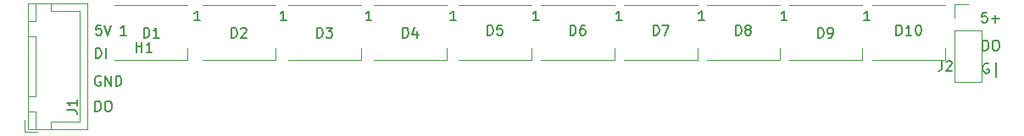
<source format=gbr>
%TF.GenerationSoftware,KiCad,Pcbnew,(6.0.6)*%
%TF.CreationDate,2023-01-13T16:31:05+05:30*%
%TF.ProjectId,ws2812-light,77733238-3132-42d6-9c69-6768742e6b69,rev?*%
%TF.SameCoordinates,Original*%
%TF.FileFunction,Legend,Top*%
%TF.FilePolarity,Positive*%
%FSLAX46Y46*%
G04 Gerber Fmt 4.6, Leading zero omitted, Abs format (unit mm)*
G04 Created by KiCad (PCBNEW (6.0.6)) date 2023-01-13 16:31:05*
%MOMM*%
%LPD*%
G01*
G04 APERTURE LIST*
%ADD10C,0.150000*%
%ADD11C,0.120000*%
G04 APERTURE END LIST*
D10*
X82613523Y-112228380D02*
X82137333Y-112228380D01*
X82089714Y-112704571D01*
X82137333Y-112656952D01*
X82232571Y-112609333D01*
X82470666Y-112609333D01*
X82565904Y-112656952D01*
X82613523Y-112704571D01*
X82661142Y-112799809D01*
X82661142Y-113037904D01*
X82613523Y-113133142D01*
X82565904Y-113180761D01*
X82470666Y-113228380D01*
X82232571Y-113228380D01*
X82137333Y-113180761D01*
X82089714Y-113133142D01*
X82946857Y-112228380D02*
X83280190Y-113228380D01*
X83613523Y-112228380D01*
X82050000Y-115514380D02*
X82050000Y-114514380D01*
X82288095Y-114514380D01*
X82430952Y-114562000D01*
X82526190Y-114657238D01*
X82573809Y-114752476D01*
X82621428Y-114942952D01*
X82621428Y-115085809D01*
X82573809Y-115276285D01*
X82526190Y-115371523D01*
X82430952Y-115466761D01*
X82288095Y-115514380D01*
X82050000Y-115514380D01*
X83050000Y-115514380D02*
X83050000Y-114514380D01*
X82550095Y-117356000D02*
X82454857Y-117308380D01*
X82312000Y-117308380D01*
X82169142Y-117356000D01*
X82073904Y-117451238D01*
X82026285Y-117546476D01*
X81978666Y-117736952D01*
X81978666Y-117879809D01*
X82026285Y-118070285D01*
X82073904Y-118165523D01*
X82169142Y-118260761D01*
X82312000Y-118308380D01*
X82407238Y-118308380D01*
X82550095Y-118260761D01*
X82597714Y-118213142D01*
X82597714Y-117879809D01*
X82407238Y-117879809D01*
X83026285Y-118308380D02*
X83026285Y-117308380D01*
X83597714Y-118308380D01*
X83597714Y-117308380D01*
X84073904Y-118308380D02*
X84073904Y-117308380D01*
X84312000Y-117308380D01*
X84454857Y-117356000D01*
X84550095Y-117451238D01*
X84597714Y-117546476D01*
X84645333Y-117736952D01*
X84645333Y-117879809D01*
X84597714Y-118070285D01*
X84550095Y-118165523D01*
X84454857Y-118260761D01*
X84312000Y-118308380D01*
X84073904Y-118308380D01*
X82018285Y-120848380D02*
X82018285Y-119848380D01*
X82256380Y-119848380D01*
X82399238Y-119896000D01*
X82494476Y-119991238D01*
X82542095Y-120086476D01*
X82589714Y-120276952D01*
X82589714Y-120419809D01*
X82542095Y-120610285D01*
X82494476Y-120705523D01*
X82399238Y-120800761D01*
X82256380Y-120848380D01*
X82018285Y-120848380D01*
X83208761Y-119848380D02*
X83399238Y-119848380D01*
X83494476Y-119896000D01*
X83589714Y-119991238D01*
X83637333Y-120181714D01*
X83637333Y-120515047D01*
X83589714Y-120705523D01*
X83494476Y-120800761D01*
X83399238Y-120848380D01*
X83208761Y-120848380D01*
X83113523Y-120800761D01*
X83018285Y-120705523D01*
X82970666Y-120515047D01*
X82970666Y-120181714D01*
X83018285Y-119991238D01*
X83113523Y-119896000D01*
X83208761Y-119848380D01*
X171235714Y-116086000D02*
X171140476Y-116038380D01*
X170997619Y-116038380D01*
X170854761Y-116086000D01*
X170759523Y-116181238D01*
X170711904Y-116276476D01*
X170664285Y-116466952D01*
X170664285Y-116609809D01*
X170711904Y-116800285D01*
X170759523Y-116895523D01*
X170854761Y-116990761D01*
X170997619Y-117038380D01*
X171092857Y-117038380D01*
X171235714Y-116990761D01*
X171283333Y-116943142D01*
X171283333Y-116609809D01*
X171092857Y-116609809D01*
X171950000Y-117371714D02*
X171950000Y-115943142D01*
X170664285Y-114752380D02*
X170664285Y-113752380D01*
X170902380Y-113752380D01*
X171045238Y-113800000D01*
X171140476Y-113895238D01*
X171188095Y-113990476D01*
X171235714Y-114180952D01*
X171235714Y-114323809D01*
X171188095Y-114514285D01*
X171140476Y-114609523D01*
X171045238Y-114704761D01*
X170902380Y-114752380D01*
X170664285Y-114752380D01*
X171854761Y-113752380D02*
X172045238Y-113752380D01*
X172140476Y-113800000D01*
X172235714Y-113895238D01*
X172283333Y-114085714D01*
X172283333Y-114419047D01*
X172235714Y-114609523D01*
X172140476Y-114704761D01*
X172045238Y-114752380D01*
X171854761Y-114752380D01*
X171759523Y-114704761D01*
X171664285Y-114609523D01*
X171616666Y-114419047D01*
X171616666Y-114085714D01*
X171664285Y-113895238D01*
X171759523Y-113800000D01*
X171854761Y-113752380D01*
X171069047Y-110958380D02*
X170592857Y-110958380D01*
X170545238Y-111434571D01*
X170592857Y-111386952D01*
X170688095Y-111339333D01*
X170926190Y-111339333D01*
X171021428Y-111386952D01*
X171069047Y-111434571D01*
X171116666Y-111529809D01*
X171116666Y-111767904D01*
X171069047Y-111863142D01*
X171021428Y-111910761D01*
X170926190Y-111958380D01*
X170688095Y-111958380D01*
X170592857Y-111910761D01*
X170545238Y-111863142D01*
X171545238Y-111577428D02*
X172307142Y-111577428D01*
X171926190Y-111958380D02*
X171926190Y-111196476D01*
%TO.C,J2*%
X166581269Y-115797105D02*
X166581269Y-116511391D01*
X166533650Y-116654248D01*
X166438412Y-116749486D01*
X166295555Y-116797105D01*
X166200317Y-116797105D01*
X167009841Y-115892344D02*
X167057460Y-115844725D01*
X167152698Y-115797105D01*
X167390793Y-115797105D01*
X167486031Y-115844725D01*
X167533650Y-115892344D01*
X167581269Y-115987582D01*
X167581269Y-116082820D01*
X167533650Y-116225677D01*
X166962222Y-116797105D01*
X167581269Y-116797105D01*
%TO.C,H1*%
X86113095Y-114927380D02*
X86113095Y-113927380D01*
X86113095Y-114403571D02*
X86684523Y-114403571D01*
X86684523Y-114927380D02*
X86684523Y-113927380D01*
X87684523Y-114927380D02*
X87113095Y-114927380D01*
X87398809Y-114927380D02*
X87398809Y-113927380D01*
X87303571Y-114070238D01*
X87208333Y-114165476D01*
X87113095Y-114213095D01*
%TO.C,J1*%
X79208380Y-120729333D02*
X79922666Y-120729333D01*
X80065523Y-120776952D01*
X80160761Y-120872190D01*
X80208380Y-121015047D01*
X80208380Y-121110285D01*
X80208380Y-119729333D02*
X80208380Y-120300761D01*
X80208380Y-120015047D02*
X79208380Y-120015047D01*
X79351238Y-120110285D01*
X79446476Y-120205523D01*
X79494095Y-120300761D01*
%TO.C,D10*%
X162035714Y-113228380D02*
X162035714Y-112228380D01*
X162273809Y-112228380D01*
X162416666Y-112276000D01*
X162511904Y-112371238D01*
X162559523Y-112466476D01*
X162607142Y-112656952D01*
X162607142Y-112799809D01*
X162559523Y-112990285D01*
X162511904Y-113085523D01*
X162416666Y-113180761D01*
X162273809Y-113228380D01*
X162035714Y-113228380D01*
X163559523Y-113228380D02*
X162988095Y-113228380D01*
X163273809Y-113228380D02*
X163273809Y-112228380D01*
X163178571Y-112371238D01*
X163083333Y-112466476D01*
X162988095Y-112514095D01*
X164178571Y-112228380D02*
X164273809Y-112228380D01*
X164369047Y-112276000D01*
X164416666Y-112323619D01*
X164464285Y-112418857D01*
X164511904Y-112609333D01*
X164511904Y-112847428D01*
X164464285Y-113037904D01*
X164416666Y-113133142D01*
X164369047Y-113180761D01*
X164273809Y-113228380D01*
X164178571Y-113228380D01*
X164083333Y-113180761D01*
X164035714Y-113133142D01*
X163988095Y-113037904D01*
X163940476Y-112847428D01*
X163940476Y-112609333D01*
X163988095Y-112418857D01*
X164035714Y-112323619D01*
X164083333Y-112276000D01*
X164178571Y-112228380D01*
X159385714Y-111777380D02*
X158814285Y-111777380D01*
X159100000Y-111777380D02*
X159100000Y-110777380D01*
X159004761Y-110920238D01*
X158909523Y-111015476D01*
X158814285Y-111063095D01*
%TO.C,D9*%
X154201904Y-113482380D02*
X154201904Y-112482380D01*
X154440000Y-112482380D01*
X154582857Y-112530000D01*
X154678095Y-112625238D01*
X154725714Y-112720476D01*
X154773333Y-112910952D01*
X154773333Y-113053809D01*
X154725714Y-113244285D01*
X154678095Y-113339523D01*
X154582857Y-113434761D01*
X154440000Y-113482380D01*
X154201904Y-113482380D01*
X155249523Y-113482380D02*
X155440000Y-113482380D01*
X155535238Y-113434761D01*
X155582857Y-113387142D01*
X155678095Y-113244285D01*
X155725714Y-113053809D01*
X155725714Y-112672857D01*
X155678095Y-112577619D01*
X155630476Y-112530000D01*
X155535238Y-112482380D01*
X155344761Y-112482380D01*
X155249523Y-112530000D01*
X155201904Y-112577619D01*
X155154285Y-112672857D01*
X155154285Y-112910952D01*
X155201904Y-113006190D01*
X155249523Y-113053809D01*
X155344761Y-113101428D01*
X155535238Y-113101428D01*
X155630476Y-113053809D01*
X155678095Y-113006190D01*
X155725714Y-112910952D01*
X151110714Y-111777380D02*
X150539285Y-111777380D01*
X150825000Y-111777380D02*
X150825000Y-110777380D01*
X150729761Y-110920238D01*
X150634523Y-111015476D01*
X150539285Y-111063095D01*
%TO.C,D8*%
X145986904Y-113228380D02*
X145986904Y-112228380D01*
X146225000Y-112228380D01*
X146367857Y-112276000D01*
X146463095Y-112371238D01*
X146510714Y-112466476D01*
X146558333Y-112656952D01*
X146558333Y-112799809D01*
X146510714Y-112990285D01*
X146463095Y-113085523D01*
X146367857Y-113180761D01*
X146225000Y-113228380D01*
X145986904Y-113228380D01*
X147129761Y-112656952D02*
X147034523Y-112609333D01*
X146986904Y-112561714D01*
X146939285Y-112466476D01*
X146939285Y-112418857D01*
X146986904Y-112323619D01*
X147034523Y-112276000D01*
X147129761Y-112228380D01*
X147320238Y-112228380D01*
X147415476Y-112276000D01*
X147463095Y-112323619D01*
X147510714Y-112418857D01*
X147510714Y-112466476D01*
X147463095Y-112561714D01*
X147415476Y-112609333D01*
X147320238Y-112656952D01*
X147129761Y-112656952D01*
X147034523Y-112704571D01*
X146986904Y-112752190D01*
X146939285Y-112847428D01*
X146939285Y-113037904D01*
X146986904Y-113133142D01*
X147034523Y-113180761D01*
X147129761Y-113228380D01*
X147320238Y-113228380D01*
X147415476Y-113180761D01*
X147463095Y-113133142D01*
X147510714Y-113037904D01*
X147510714Y-112847428D01*
X147463095Y-112752190D01*
X147415476Y-112704571D01*
X147320238Y-112656952D01*
X142860714Y-111777380D02*
X142289285Y-111777380D01*
X142575000Y-111777380D02*
X142575000Y-110777380D01*
X142479761Y-110920238D01*
X142384523Y-111015476D01*
X142289285Y-111063095D01*
%TO.C,D7*%
X137761904Y-113228380D02*
X137761904Y-112228380D01*
X138000000Y-112228380D01*
X138142857Y-112276000D01*
X138238095Y-112371238D01*
X138285714Y-112466476D01*
X138333333Y-112656952D01*
X138333333Y-112799809D01*
X138285714Y-112990285D01*
X138238095Y-113085523D01*
X138142857Y-113180761D01*
X138000000Y-113228380D01*
X137761904Y-113228380D01*
X138666666Y-112228380D02*
X139333333Y-112228380D01*
X138904761Y-113228380D01*
X134635714Y-111777380D02*
X134064285Y-111777380D01*
X134350000Y-111777380D02*
X134350000Y-110777380D01*
X134254761Y-110920238D01*
X134159523Y-111015476D01*
X134064285Y-111063095D01*
%TO.C,D6*%
X129461904Y-113228380D02*
X129461904Y-112228380D01*
X129700000Y-112228380D01*
X129842857Y-112276000D01*
X129938095Y-112371238D01*
X129985714Y-112466476D01*
X130033333Y-112656952D01*
X130033333Y-112799809D01*
X129985714Y-112990285D01*
X129938095Y-113085523D01*
X129842857Y-113180761D01*
X129700000Y-113228380D01*
X129461904Y-113228380D01*
X130890476Y-112228380D02*
X130700000Y-112228380D01*
X130604761Y-112276000D01*
X130557142Y-112323619D01*
X130461904Y-112466476D01*
X130414285Y-112656952D01*
X130414285Y-113037904D01*
X130461904Y-113133142D01*
X130509523Y-113180761D01*
X130604761Y-113228380D01*
X130795238Y-113228380D01*
X130890476Y-113180761D01*
X130938095Y-113133142D01*
X130985714Y-113037904D01*
X130985714Y-112799809D01*
X130938095Y-112704571D01*
X130890476Y-112656952D01*
X130795238Y-112609333D01*
X130604761Y-112609333D01*
X130509523Y-112656952D01*
X130461904Y-112704571D01*
X130414285Y-112799809D01*
X126335714Y-111777380D02*
X125764285Y-111777380D01*
X126050000Y-111777380D02*
X126050000Y-110777380D01*
X125954761Y-110920238D01*
X125859523Y-111015476D01*
X125764285Y-111063095D01*
%TO.C,D5*%
X121181904Y-113228380D02*
X121181904Y-112228380D01*
X121420000Y-112228380D01*
X121562857Y-112276000D01*
X121658095Y-112371238D01*
X121705714Y-112466476D01*
X121753333Y-112656952D01*
X121753333Y-112799809D01*
X121705714Y-112990285D01*
X121658095Y-113085523D01*
X121562857Y-113180761D01*
X121420000Y-113228380D01*
X121181904Y-113228380D01*
X122658095Y-112228380D02*
X122181904Y-112228380D01*
X122134285Y-112704571D01*
X122181904Y-112656952D01*
X122277142Y-112609333D01*
X122515238Y-112609333D01*
X122610476Y-112656952D01*
X122658095Y-112704571D01*
X122705714Y-112799809D01*
X122705714Y-113037904D01*
X122658095Y-113133142D01*
X122610476Y-113180761D01*
X122515238Y-113228380D01*
X122277142Y-113228380D01*
X122181904Y-113180761D01*
X122134285Y-113133142D01*
X118060714Y-111777380D02*
X117489285Y-111777380D01*
X117775000Y-111777380D02*
X117775000Y-110777380D01*
X117679761Y-110920238D01*
X117584523Y-111015476D01*
X117489285Y-111063095D01*
%TO.C,D4*%
X112736904Y-113482380D02*
X112736904Y-112482380D01*
X112975000Y-112482380D01*
X113117857Y-112530000D01*
X113213095Y-112625238D01*
X113260714Y-112720476D01*
X113308333Y-112910952D01*
X113308333Y-113053809D01*
X113260714Y-113244285D01*
X113213095Y-113339523D01*
X113117857Y-113434761D01*
X112975000Y-113482380D01*
X112736904Y-113482380D01*
X114165476Y-112815714D02*
X114165476Y-113482380D01*
X113927380Y-112434761D02*
X113689285Y-113149047D01*
X114308333Y-113149047D01*
X109610714Y-111777380D02*
X109039285Y-111777380D01*
X109325000Y-111777380D02*
X109325000Y-110777380D01*
X109229761Y-110920238D01*
X109134523Y-111015476D01*
X109039285Y-111063095D01*
%TO.C,D3*%
X104163904Y-113482380D02*
X104163904Y-112482380D01*
X104402000Y-112482380D01*
X104544857Y-112530000D01*
X104640095Y-112625238D01*
X104687714Y-112720476D01*
X104735333Y-112910952D01*
X104735333Y-113053809D01*
X104687714Y-113244285D01*
X104640095Y-113339523D01*
X104544857Y-113434761D01*
X104402000Y-113482380D01*
X104163904Y-113482380D01*
X105068666Y-112482380D02*
X105687714Y-112482380D01*
X105354380Y-112863333D01*
X105497238Y-112863333D01*
X105592476Y-112910952D01*
X105640095Y-112958571D01*
X105687714Y-113053809D01*
X105687714Y-113291904D01*
X105640095Y-113387142D01*
X105592476Y-113434761D01*
X105497238Y-113482380D01*
X105211523Y-113482380D01*
X105116285Y-113434761D01*
X105068666Y-113387142D01*
X101085714Y-111777380D02*
X100514285Y-111777380D01*
X100800000Y-111777380D02*
X100800000Y-110777380D01*
X100704761Y-110920238D01*
X100609523Y-111015476D01*
X100514285Y-111063095D01*
%TO.C,D2*%
X95611904Y-113482380D02*
X95611904Y-112482380D01*
X95850000Y-112482380D01*
X95992857Y-112530000D01*
X96088095Y-112625238D01*
X96135714Y-112720476D01*
X96183333Y-112910952D01*
X96183333Y-113053809D01*
X96135714Y-113244285D01*
X96088095Y-113339523D01*
X95992857Y-113434761D01*
X95850000Y-113482380D01*
X95611904Y-113482380D01*
X96564285Y-112577619D02*
X96611904Y-112530000D01*
X96707142Y-112482380D01*
X96945238Y-112482380D01*
X97040476Y-112530000D01*
X97088095Y-112577619D01*
X97135714Y-112672857D01*
X97135714Y-112768095D01*
X97088095Y-112910952D01*
X96516666Y-113482380D01*
X97135714Y-113482380D01*
X92485714Y-111777380D02*
X91914285Y-111777380D01*
X92200000Y-111777380D02*
X92200000Y-110777380D01*
X92104761Y-110920238D01*
X92009523Y-111015476D01*
X91914285Y-111063095D01*
%TO.C,D1*%
X86861904Y-113482380D02*
X86861904Y-112482380D01*
X87100000Y-112482380D01*
X87242857Y-112530000D01*
X87338095Y-112625238D01*
X87385714Y-112720476D01*
X87433333Y-112910952D01*
X87433333Y-113053809D01*
X87385714Y-113244285D01*
X87338095Y-113339523D01*
X87242857Y-113434761D01*
X87100000Y-113482380D01*
X86861904Y-113482380D01*
X88385714Y-113482380D02*
X87814285Y-113482380D01*
X88100000Y-113482380D02*
X88100000Y-112482380D01*
X88004761Y-112625238D01*
X87909523Y-112720476D01*
X87814285Y-112768095D01*
X85121714Y-113228380D02*
X84550285Y-113228380D01*
X84836000Y-113228380D02*
X84836000Y-112228380D01*
X84740761Y-112371238D01*
X84645523Y-112466476D01*
X84550285Y-112514095D01*
D11*
%TO.C,J2*%
X167845000Y-117885000D02*
X170505000Y-117885000D01*
X167845000Y-112745000D02*
X167845000Y-117885000D01*
X167845000Y-111475000D02*
X167845000Y-110145000D01*
X170505000Y-112745000D02*
X170505000Y-117885000D01*
X167845000Y-110145000D02*
X169175000Y-110145000D01*
X167845000Y-112745000D02*
X170505000Y-112745000D01*
%TO.C,J1*%
X75290000Y-110040000D02*
X75290000Y-122660000D01*
X77550000Y-110050000D02*
X77550000Y-110800000D01*
X80500000Y-110800000D02*
X80500000Y-116350000D01*
X77550000Y-122650000D02*
X77550000Y-121900000D01*
X81260000Y-122660000D02*
X81260000Y-110040000D01*
X75290000Y-122660000D02*
X81260000Y-122660000D01*
X81260000Y-110040000D02*
X75290000Y-110040000D01*
X76050000Y-111850000D02*
X76050000Y-110050000D01*
X76050000Y-113350000D02*
X75300000Y-113350000D01*
X75000000Y-121700000D02*
X75000000Y-122950000D01*
X77550000Y-110800000D02*
X80500000Y-110800000D01*
X76050000Y-120850000D02*
X75300000Y-120850000D01*
X75000000Y-122950000D02*
X76250000Y-122950000D01*
X75300000Y-122650000D02*
X76050000Y-122650000D01*
X75300000Y-110050000D02*
X75300000Y-111850000D01*
X76050000Y-122650000D02*
X76050000Y-120850000D01*
X75300000Y-111850000D02*
X76050000Y-111850000D01*
X77550000Y-121900000D02*
X80500000Y-121900000D01*
X75300000Y-113350000D02*
X75300000Y-119350000D01*
X75300000Y-120850000D02*
X75300000Y-122650000D01*
X76050000Y-110050000D02*
X75300000Y-110050000D01*
X80500000Y-121900000D02*
X80500000Y-116350000D01*
X76050000Y-119350000D02*
X76050000Y-113350000D01*
X75300000Y-119350000D02*
X76050000Y-119350000D01*
%TO.C,D10*%
X159600000Y-110175000D02*
X166900000Y-110175000D01*
X159600000Y-115675000D02*
X166900000Y-115675000D01*
X166900000Y-115675000D02*
X166900000Y-114525000D01*
%TO.C,D9*%
X151325000Y-110175000D02*
X158625000Y-110175000D01*
X151325000Y-115675000D02*
X158625000Y-115675000D01*
X158625000Y-115675000D02*
X158625000Y-114525000D01*
%TO.C,D8*%
X143075000Y-110175000D02*
X150375000Y-110175000D01*
X143075000Y-115675000D02*
X150375000Y-115675000D01*
X150375000Y-115675000D02*
X150375000Y-114525000D01*
%TO.C,D7*%
X134850000Y-110175000D02*
X142150000Y-110175000D01*
X134850000Y-115675000D02*
X142150000Y-115675000D01*
X142150000Y-115675000D02*
X142150000Y-114525000D01*
%TO.C,D6*%
X126550000Y-110175000D02*
X133850000Y-110175000D01*
X126550000Y-115675000D02*
X133850000Y-115675000D01*
X133850000Y-115675000D02*
X133850000Y-114525000D01*
%TO.C,D5*%
X118275000Y-110175000D02*
X125575000Y-110175000D01*
X118275000Y-115675000D02*
X125575000Y-115675000D01*
X125575000Y-115675000D02*
X125575000Y-114525000D01*
%TO.C,D4*%
X109825000Y-110175000D02*
X117125000Y-110175000D01*
X109825000Y-115675000D02*
X117125000Y-115675000D01*
X117125000Y-115675000D02*
X117125000Y-114525000D01*
%TO.C,D3*%
X101300000Y-110175000D02*
X108600000Y-110175000D01*
X101300000Y-115675000D02*
X108600000Y-115675000D01*
X108600000Y-115675000D02*
X108600000Y-114525000D01*
%TO.C,D2*%
X92700000Y-110175000D02*
X100000000Y-110175000D01*
X92700000Y-115675000D02*
X100000000Y-115675000D01*
X100000000Y-115675000D02*
X100000000Y-114525000D01*
%TO.C,D1*%
X83950000Y-110200000D02*
X91250000Y-110200000D01*
X83950000Y-115700000D02*
X91250000Y-115700000D01*
X91250000Y-115700000D02*
X91250000Y-114550000D01*
%TD*%
M02*

</source>
